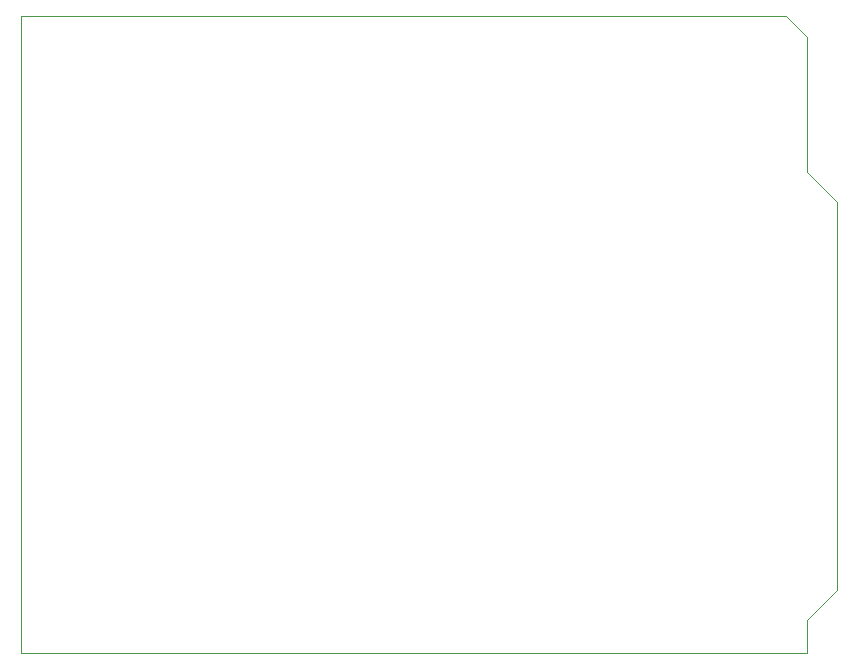
<source format=gbr>
%TF.GenerationSoftware,KiCad,Pcbnew,7.0.6*%
%TF.CreationDate,2024-01-10T01:37:03-05:00*%
%TF.ProjectId,Dynamo,44796e61-6d6f-42e6-9b69-6361645f7063,rev?*%
%TF.SameCoordinates,Original*%
%TF.FileFunction,Profile,NP*%
%FSLAX46Y46*%
G04 Gerber Fmt 4.6, Leading zero omitted, Abs format (unit mm)*
G04 Created by KiCad (PCBNEW 7.0.6) date 2024-01-10 01:37:03*
%MOMM*%
%LPD*%
G01*
G04 APERTURE LIST*
%TA.AperFunction,Profile*%
%ADD10C,0.050000*%
%TD*%
G04 APERTURE END LIST*
D10*
X188250000Y-102700000D02*
X121650000Y-102700000D01*
X190800000Y-97350000D02*
X188250000Y-99900000D01*
X188250000Y-50600000D02*
X188250000Y-62000000D01*
X188250000Y-62000000D02*
X190800000Y-64550000D01*
X186450000Y-48800000D02*
X188250000Y-50600000D01*
X188250000Y-99900000D02*
X188250000Y-102700000D01*
X121650000Y-102700000D02*
X121650000Y-48800000D01*
X190800000Y-64550000D02*
X190800000Y-97350000D01*
X121650000Y-48800000D02*
X186450000Y-48800000D01*
M02*

</source>
